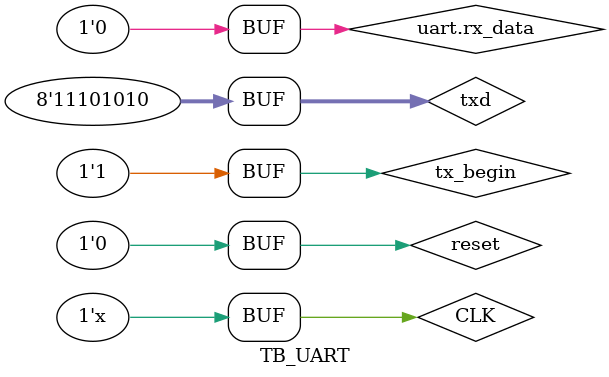
<source format=v>

module TB_UART ();

// === LOCAL PARAMETERS ===


// === REGISTERS & WIRES ===
reg CLK;

reg reset = 0;
wire trx;
reg [7:0] txd;
wire [7:0] rxd;
reg tx_begin;
wire rx_ready;
wire rx_busy;
wire rx_error;
wire tx_busy;

// === MODULES ===
UART uart (CLK, reset, trx, trx, txd, tx_begin, rxd, rx_ready, tx_busy, rx_busy, rx_error);

// === SETUP ===
initial begin
    CLK <= 0;

    reset <= 0;
    uart.rx_data <= 0;

    txd <= 8'hea; // Fill tx data
    tx_begin <= 1'b1; // Assert tx_begin
end

always begin
    #5 CLK <= ~CLK; // Generate clock
end

endmodule
</source>
